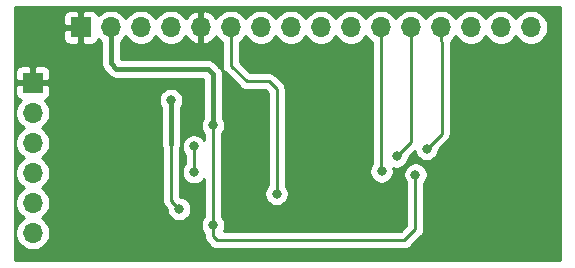
<source format=gbr>
G04 #@! TF.GenerationSoftware,KiCad,Pcbnew,(5.1.6)-1*
G04 #@! TF.CreationDate,2020-10-13T23:31:00+05:30*
G04 #@! TF.ProjectId,SerialShiftLCD,53657269-616c-4536-9869-66744c43442e,rev?*
G04 #@! TF.SameCoordinates,Original*
G04 #@! TF.FileFunction,Copper,L2,Bot*
G04 #@! TF.FilePolarity,Positive*
%FSLAX46Y46*%
G04 Gerber Fmt 4.6, Leading zero omitted, Abs format (unit mm)*
G04 Created by KiCad (PCBNEW (5.1.6)-1) date 2020-10-13 23:31:00*
%MOMM*%
%LPD*%
G01*
G04 APERTURE LIST*
G04 #@! TA.AperFunction,ComponentPad*
%ADD10R,1.700000X1.700000*%
G04 #@! TD*
G04 #@! TA.AperFunction,ComponentPad*
%ADD11O,1.700000X1.700000*%
G04 #@! TD*
G04 #@! TA.AperFunction,ViaPad*
%ADD12C,0.800000*%
G04 #@! TD*
G04 #@! TA.AperFunction,Conductor*
%ADD13C,0.381000*%
G04 #@! TD*
G04 #@! TA.AperFunction,Conductor*
%ADD14C,0.254000*%
G04 #@! TD*
G04 APERTURE END LIST*
D10*
X129857500Y-38227000D03*
D11*
X129857500Y-40767000D03*
X129857500Y-43307000D03*
X129857500Y-45847000D03*
X129857500Y-48387000D03*
X129857500Y-50927000D03*
D10*
X133921500Y-33528000D03*
D11*
X136461500Y-33528000D03*
X139001500Y-33528000D03*
X141541500Y-33528000D03*
X144081500Y-33528000D03*
X146621500Y-33528000D03*
X149161500Y-33528000D03*
X151701500Y-33528000D03*
X154241500Y-33528000D03*
X156781500Y-33528000D03*
X159321500Y-33528000D03*
X161861500Y-33528000D03*
X164401500Y-33528000D03*
X166941500Y-33528000D03*
X169481500Y-33528000D03*
X172021500Y-33528000D03*
D12*
X135890000Y-41910000D03*
X138023600Y-47040800D03*
X172593000Y-46228000D03*
X145110200Y-41833800D03*
X145110200Y-50292000D03*
X162255200Y-45999400D03*
X143484600Y-43611800D03*
X143484600Y-45796200D03*
X142240000Y-48895000D03*
X141554200Y-39700200D03*
X150495000Y-47625000D03*
X159385000Y-45720000D03*
X160655000Y-44450000D03*
X163195000Y-43815000D03*
D13*
X133921500Y-39941500D02*
X133921500Y-33528000D01*
X135890000Y-41910000D02*
X133921500Y-39941500D01*
D14*
X135890000Y-44907200D02*
X135890000Y-41910000D01*
X138023600Y-47040800D02*
X135890000Y-44907200D01*
X138023600Y-47606485D02*
X138049000Y-47631885D01*
X138023600Y-47040800D02*
X138023600Y-47606485D01*
X138049000Y-47631885D02*
X138049000Y-51993800D01*
X138049000Y-51993800D02*
X138709400Y-52654200D01*
X138709400Y-52654200D02*
X170789600Y-52654200D01*
X170789600Y-52654200D02*
X172593000Y-50850800D01*
X172593000Y-50850800D02*
X172593000Y-46228000D01*
D13*
X136461500Y-33528000D02*
X136461500Y-36588700D01*
X136461500Y-36588700D02*
X136931400Y-37058600D01*
X136931400Y-37058600D02*
X144678400Y-37058600D01*
X144678400Y-37058600D02*
X145110200Y-37490400D01*
X145110200Y-37490400D02*
X145110200Y-41833800D01*
D14*
X145110200Y-41833800D02*
X145110200Y-50292000D01*
X162255200Y-45999400D02*
X162255200Y-50622200D01*
X162255200Y-50622200D02*
X161315400Y-51562000D01*
X161315400Y-51562000D02*
X145440400Y-51562000D01*
X145110200Y-51231800D02*
X145110200Y-50292000D01*
X145440400Y-51562000D02*
X145110200Y-51231800D01*
X143484600Y-43611800D02*
X143484600Y-45796200D01*
X141605000Y-48260000D02*
X142240000Y-48895000D01*
D13*
X141554200Y-39700200D02*
X141554200Y-43383200D01*
D14*
X141554200Y-48209200D02*
X142240000Y-48895000D01*
X141554200Y-43383200D02*
X141554200Y-48209200D01*
X146621500Y-33528000D02*
X146621500Y-36766500D01*
X146621500Y-36766500D02*
X147955000Y-38100000D01*
X147955000Y-38100000D02*
X149860000Y-38100000D01*
X149860000Y-38100000D02*
X150495000Y-38735000D01*
X150495000Y-38735000D02*
X150495000Y-47625000D01*
X159321500Y-33528000D02*
X159321500Y-45656500D01*
X159321500Y-45656500D02*
X159385000Y-45720000D01*
X161861500Y-43243500D02*
X161861500Y-33528000D01*
X160655000Y-44450000D02*
X161861500Y-43243500D01*
X164401500Y-34730081D02*
X164465000Y-34793581D01*
X164401500Y-33528000D02*
X164401500Y-34730081D01*
X164465000Y-34793581D02*
X164465000Y-42545000D01*
X164465000Y-42545000D02*
X163195000Y-43815000D01*
G36*
X174525001Y-53240000D02*
G01*
X128370000Y-53240000D01*
X128370000Y-39082808D01*
X128381688Y-39201482D01*
X128417998Y-39321180D01*
X128476963Y-39431494D01*
X128556315Y-39528185D01*
X128653006Y-39607537D01*
X128763320Y-39666502D01*
X128835880Y-39688513D01*
X128704025Y-39820368D01*
X128541510Y-40063589D01*
X128429568Y-40333842D01*
X128372500Y-40620740D01*
X128372500Y-40913260D01*
X128429568Y-41200158D01*
X128541510Y-41470411D01*
X128704025Y-41713632D01*
X128910868Y-41920475D01*
X129085260Y-42037000D01*
X128910868Y-42153525D01*
X128704025Y-42360368D01*
X128541510Y-42603589D01*
X128429568Y-42873842D01*
X128372500Y-43160740D01*
X128372500Y-43453260D01*
X128429568Y-43740158D01*
X128541510Y-44010411D01*
X128704025Y-44253632D01*
X128910868Y-44460475D01*
X129085260Y-44577000D01*
X128910868Y-44693525D01*
X128704025Y-44900368D01*
X128541510Y-45143589D01*
X128429568Y-45413842D01*
X128372500Y-45700740D01*
X128372500Y-45993260D01*
X128429568Y-46280158D01*
X128541510Y-46550411D01*
X128704025Y-46793632D01*
X128910868Y-47000475D01*
X129085260Y-47117000D01*
X128910868Y-47233525D01*
X128704025Y-47440368D01*
X128541510Y-47683589D01*
X128429568Y-47953842D01*
X128372500Y-48240740D01*
X128372500Y-48533260D01*
X128429568Y-48820158D01*
X128541510Y-49090411D01*
X128704025Y-49333632D01*
X128910868Y-49540475D01*
X129085260Y-49657000D01*
X128910868Y-49773525D01*
X128704025Y-49980368D01*
X128541510Y-50223589D01*
X128429568Y-50493842D01*
X128372500Y-50780740D01*
X128372500Y-51073260D01*
X128429568Y-51360158D01*
X128541510Y-51630411D01*
X128704025Y-51873632D01*
X128910868Y-52080475D01*
X129154089Y-52242990D01*
X129424342Y-52354932D01*
X129711240Y-52412000D01*
X130003760Y-52412000D01*
X130290658Y-52354932D01*
X130560911Y-52242990D01*
X130804132Y-52080475D01*
X131010975Y-51873632D01*
X131173490Y-51630411D01*
X131285432Y-51360158D01*
X131342500Y-51073260D01*
X131342500Y-50780740D01*
X131285432Y-50493842D01*
X131173490Y-50223589D01*
X131010975Y-49980368D01*
X130804132Y-49773525D01*
X130629740Y-49657000D01*
X130804132Y-49540475D01*
X131010975Y-49333632D01*
X131173490Y-49090411D01*
X131285432Y-48820158D01*
X131342500Y-48533260D01*
X131342500Y-48240740D01*
X131285432Y-47953842D01*
X131173490Y-47683589D01*
X131010975Y-47440368D01*
X130804132Y-47233525D01*
X130629740Y-47117000D01*
X130804132Y-47000475D01*
X131010975Y-46793632D01*
X131173490Y-46550411D01*
X131285432Y-46280158D01*
X131342500Y-45993260D01*
X131342500Y-45700740D01*
X131285432Y-45413842D01*
X131173490Y-45143589D01*
X131010975Y-44900368D01*
X130804132Y-44693525D01*
X130629740Y-44577000D01*
X130804132Y-44460475D01*
X131010975Y-44253632D01*
X131173490Y-44010411D01*
X131285432Y-43740158D01*
X131342500Y-43453260D01*
X131342500Y-43160740D01*
X131285432Y-42873842D01*
X131173490Y-42603589D01*
X131010975Y-42360368D01*
X130804132Y-42153525D01*
X130629740Y-42037000D01*
X130804132Y-41920475D01*
X131010975Y-41713632D01*
X131173490Y-41470411D01*
X131285432Y-41200158D01*
X131342500Y-40913260D01*
X131342500Y-40620740D01*
X131285432Y-40333842D01*
X131173490Y-40063589D01*
X131010975Y-39820368D01*
X130879120Y-39688513D01*
X130951680Y-39666502D01*
X131061994Y-39607537D01*
X131073296Y-39598261D01*
X140519200Y-39598261D01*
X140519200Y-39802139D01*
X140558974Y-40002098D01*
X140636995Y-40190456D01*
X140728700Y-40327703D01*
X140728701Y-43423753D01*
X140740645Y-43545026D01*
X140787848Y-43700634D01*
X140792200Y-43708776D01*
X140792201Y-48171767D01*
X140788514Y-48209200D01*
X140803227Y-48358578D01*
X140846799Y-48502215D01*
X140917555Y-48634592D01*
X140959246Y-48685392D01*
X141012779Y-48750622D01*
X141041849Y-48774479D01*
X141205000Y-48937630D01*
X141205000Y-48996939D01*
X141244774Y-49196898D01*
X141322795Y-49385256D01*
X141436063Y-49554774D01*
X141580226Y-49698937D01*
X141749744Y-49812205D01*
X141938102Y-49890226D01*
X142138061Y-49930000D01*
X142341939Y-49930000D01*
X142541898Y-49890226D01*
X142730256Y-49812205D01*
X142899774Y-49698937D01*
X143043937Y-49554774D01*
X143157205Y-49385256D01*
X143235226Y-49196898D01*
X143275000Y-48996939D01*
X143275000Y-48793061D01*
X143235226Y-48593102D01*
X143157205Y-48404744D01*
X143043937Y-48235226D01*
X142899774Y-48091063D01*
X142730256Y-47977795D01*
X142541898Y-47899774D01*
X142341939Y-47860000D01*
X142316200Y-47860000D01*
X142316200Y-43708778D01*
X142320553Y-43700634D01*
X142367756Y-43545026D01*
X142379700Y-43423753D01*
X142379700Y-40327703D01*
X142471405Y-40190456D01*
X142549426Y-40002098D01*
X142589200Y-39802139D01*
X142589200Y-39598261D01*
X142549426Y-39398302D01*
X142471405Y-39209944D01*
X142358137Y-39040426D01*
X142213974Y-38896263D01*
X142044456Y-38782995D01*
X141856098Y-38704974D01*
X141656139Y-38665200D01*
X141452261Y-38665200D01*
X141252302Y-38704974D01*
X141063944Y-38782995D01*
X140894426Y-38896263D01*
X140750263Y-39040426D01*
X140636995Y-39209944D01*
X140558974Y-39398302D01*
X140519200Y-39598261D01*
X131073296Y-39598261D01*
X131158685Y-39528185D01*
X131238037Y-39431494D01*
X131297002Y-39321180D01*
X131333312Y-39201482D01*
X131345572Y-39077000D01*
X131342500Y-38512750D01*
X131183750Y-38354000D01*
X129984500Y-38354000D01*
X129984500Y-38374000D01*
X129730500Y-38374000D01*
X129730500Y-38354000D01*
X128531250Y-38354000D01*
X128372500Y-38512750D01*
X128370000Y-38971938D01*
X128370000Y-37482062D01*
X128372500Y-37941250D01*
X128531250Y-38100000D01*
X129730500Y-38100000D01*
X129730500Y-36900750D01*
X129984500Y-36900750D01*
X129984500Y-38100000D01*
X131183750Y-38100000D01*
X131342500Y-37941250D01*
X131345572Y-37377000D01*
X131333312Y-37252518D01*
X131297002Y-37132820D01*
X131238037Y-37022506D01*
X131158685Y-36925815D01*
X131061994Y-36846463D01*
X130951680Y-36787498D01*
X130831982Y-36751188D01*
X130707500Y-36738928D01*
X130143250Y-36742000D01*
X129984500Y-36900750D01*
X129730500Y-36900750D01*
X129571750Y-36742000D01*
X129007500Y-36738928D01*
X128883018Y-36751188D01*
X128763320Y-36787498D01*
X128653006Y-36846463D01*
X128556315Y-36925815D01*
X128476963Y-37022506D01*
X128417998Y-37132820D01*
X128381688Y-37252518D01*
X128370000Y-37371192D01*
X128370000Y-34378000D01*
X132433428Y-34378000D01*
X132445688Y-34502482D01*
X132481998Y-34622180D01*
X132540963Y-34732494D01*
X132620315Y-34829185D01*
X132717006Y-34908537D01*
X132827320Y-34967502D01*
X132947018Y-35003812D01*
X133071500Y-35016072D01*
X133635750Y-35013000D01*
X133794500Y-34854250D01*
X133794500Y-33655000D01*
X132595250Y-33655000D01*
X132436500Y-33813750D01*
X132433428Y-34378000D01*
X128370000Y-34378000D01*
X128370000Y-32678000D01*
X132433428Y-32678000D01*
X132436500Y-33242250D01*
X132595250Y-33401000D01*
X133794500Y-33401000D01*
X133794500Y-32201750D01*
X134048500Y-32201750D01*
X134048500Y-33401000D01*
X134068500Y-33401000D01*
X134068500Y-33655000D01*
X134048500Y-33655000D01*
X134048500Y-34854250D01*
X134207250Y-35013000D01*
X134771500Y-35016072D01*
X134895982Y-35003812D01*
X135015680Y-34967502D01*
X135125994Y-34908537D01*
X135222685Y-34829185D01*
X135302037Y-34732494D01*
X135361002Y-34622180D01*
X135383013Y-34549620D01*
X135514868Y-34681475D01*
X135636000Y-34762413D01*
X135636001Y-36548140D01*
X135632006Y-36588700D01*
X135647945Y-36750526D01*
X135695147Y-36906133D01*
X135771801Y-37049542D01*
X135833363Y-37124554D01*
X135874960Y-37175241D01*
X135906461Y-37201093D01*
X136319002Y-37613634D01*
X136344859Y-37645141D01*
X136433327Y-37717745D01*
X136470557Y-37748299D01*
X136581937Y-37807833D01*
X136613966Y-37824953D01*
X136769574Y-37872156D01*
X136890847Y-37884100D01*
X136890849Y-37884100D01*
X136931400Y-37888094D01*
X136971950Y-37884100D01*
X144284700Y-37884100D01*
X144284701Y-41206296D01*
X144192995Y-41343544D01*
X144114974Y-41531902D01*
X144075200Y-41731861D01*
X144075200Y-41935739D01*
X144114974Y-42135698D01*
X144192995Y-42324056D01*
X144306263Y-42493574D01*
X144348200Y-42535511D01*
X144348200Y-43041318D01*
X144288537Y-42952026D01*
X144144374Y-42807863D01*
X143974856Y-42694595D01*
X143786498Y-42616574D01*
X143586539Y-42576800D01*
X143382661Y-42576800D01*
X143182702Y-42616574D01*
X142994344Y-42694595D01*
X142824826Y-42807863D01*
X142680663Y-42952026D01*
X142567395Y-43121544D01*
X142489374Y-43309902D01*
X142449600Y-43509861D01*
X142449600Y-43713739D01*
X142489374Y-43913698D01*
X142567395Y-44102056D01*
X142680663Y-44271574D01*
X142722600Y-44313511D01*
X142722601Y-45094488D01*
X142680663Y-45136426D01*
X142567395Y-45305944D01*
X142489374Y-45494302D01*
X142449600Y-45694261D01*
X142449600Y-45898139D01*
X142489374Y-46098098D01*
X142567395Y-46286456D01*
X142680663Y-46455974D01*
X142824826Y-46600137D01*
X142994344Y-46713405D01*
X143182702Y-46791426D01*
X143382661Y-46831200D01*
X143586539Y-46831200D01*
X143786498Y-46791426D01*
X143974856Y-46713405D01*
X144144374Y-46600137D01*
X144288537Y-46455974D01*
X144348201Y-46366681D01*
X144348201Y-49590288D01*
X144306263Y-49632226D01*
X144192995Y-49801744D01*
X144114974Y-49990102D01*
X144075200Y-50190061D01*
X144075200Y-50393939D01*
X144114974Y-50593898D01*
X144192995Y-50782256D01*
X144306263Y-50951774D01*
X144348200Y-50993711D01*
X144348200Y-51194376D01*
X144344514Y-51231800D01*
X144348200Y-51269223D01*
X144348200Y-51269225D01*
X144359226Y-51381177D01*
X144402798Y-51524814D01*
X144435735Y-51586435D01*
X144473555Y-51657192D01*
X144513183Y-51705478D01*
X144568778Y-51773222D01*
X144597854Y-51797084D01*
X144875116Y-52074346D01*
X144898978Y-52103422D01*
X145015008Y-52198645D01*
X145147385Y-52269402D01*
X145291022Y-52312974D01*
X145402974Y-52324000D01*
X145402976Y-52324000D01*
X145440399Y-52327686D01*
X145477822Y-52324000D01*
X161277977Y-52324000D01*
X161315400Y-52327686D01*
X161352823Y-52324000D01*
X161352826Y-52324000D01*
X161464778Y-52312974D01*
X161608415Y-52269402D01*
X161740792Y-52198645D01*
X161856822Y-52103422D01*
X161880684Y-52074346D01*
X162767551Y-51187479D01*
X162796622Y-51163622D01*
X162823972Y-51130296D01*
X162891845Y-51047593D01*
X162943061Y-50951774D01*
X162962602Y-50915215D01*
X163006174Y-50771578D01*
X163017200Y-50659626D01*
X163017200Y-50659623D01*
X163020886Y-50622200D01*
X163017200Y-50584777D01*
X163017200Y-46701111D01*
X163059137Y-46659174D01*
X163172405Y-46489656D01*
X163250426Y-46301298D01*
X163290200Y-46101339D01*
X163290200Y-45897461D01*
X163250426Y-45697502D01*
X163172405Y-45509144D01*
X163059137Y-45339626D01*
X162914974Y-45195463D01*
X162745456Y-45082195D01*
X162557098Y-45004174D01*
X162357139Y-44964400D01*
X162153261Y-44964400D01*
X161953302Y-45004174D01*
X161764944Y-45082195D01*
X161595426Y-45195463D01*
X161451263Y-45339626D01*
X161337995Y-45509144D01*
X161259974Y-45697502D01*
X161220200Y-45897461D01*
X161220200Y-46101339D01*
X161259974Y-46301298D01*
X161337995Y-46489656D01*
X161451263Y-46659174D01*
X161493200Y-46701111D01*
X161493201Y-50306568D01*
X160999770Y-50800000D01*
X146015549Y-50800000D01*
X146027405Y-50782256D01*
X146105426Y-50593898D01*
X146145200Y-50393939D01*
X146145200Y-50190061D01*
X146105426Y-49990102D01*
X146027405Y-49801744D01*
X145914137Y-49632226D01*
X145872200Y-49590289D01*
X145872200Y-42535511D01*
X145914137Y-42493574D01*
X146027405Y-42324056D01*
X146105426Y-42135698D01*
X146145200Y-41935739D01*
X146145200Y-41731861D01*
X146105426Y-41531902D01*
X146027405Y-41343544D01*
X145935700Y-41206297D01*
X145935700Y-37530942D01*
X145939693Y-37490399D01*
X145935700Y-37449856D01*
X145935700Y-37449847D01*
X145923756Y-37328574D01*
X145876553Y-37172966D01*
X145799899Y-37029558D01*
X145696741Y-36903859D01*
X145665235Y-36878003D01*
X145290798Y-36503566D01*
X145264941Y-36472059D01*
X145139242Y-36368901D01*
X144995834Y-36292247D01*
X144840226Y-36245044D01*
X144718953Y-36233100D01*
X144718950Y-36233100D01*
X144678400Y-36229106D01*
X144637850Y-36233100D01*
X137287000Y-36233100D01*
X137287000Y-34762413D01*
X137408132Y-34681475D01*
X137614975Y-34474632D01*
X137731500Y-34300240D01*
X137848025Y-34474632D01*
X138054868Y-34681475D01*
X138298089Y-34843990D01*
X138568342Y-34955932D01*
X138855240Y-35013000D01*
X139147760Y-35013000D01*
X139434658Y-34955932D01*
X139704911Y-34843990D01*
X139948132Y-34681475D01*
X140154975Y-34474632D01*
X140271500Y-34300240D01*
X140388025Y-34474632D01*
X140594868Y-34681475D01*
X140838089Y-34843990D01*
X141108342Y-34955932D01*
X141395240Y-35013000D01*
X141687760Y-35013000D01*
X141974658Y-34955932D01*
X142244911Y-34843990D01*
X142488132Y-34681475D01*
X142694975Y-34474632D01*
X142816695Y-34292466D01*
X142886322Y-34409355D01*
X143081231Y-34625588D01*
X143314580Y-34799641D01*
X143577401Y-34924825D01*
X143724610Y-34969476D01*
X143954500Y-34848155D01*
X143954500Y-33655000D01*
X143934500Y-33655000D01*
X143934500Y-33401000D01*
X143954500Y-33401000D01*
X143954500Y-32207845D01*
X144208500Y-32207845D01*
X144208500Y-33401000D01*
X144228500Y-33401000D01*
X144228500Y-33655000D01*
X144208500Y-33655000D01*
X144208500Y-34848155D01*
X144438390Y-34969476D01*
X144585599Y-34924825D01*
X144848420Y-34799641D01*
X145081769Y-34625588D01*
X145276678Y-34409355D01*
X145346305Y-34292466D01*
X145468025Y-34474632D01*
X145674868Y-34681475D01*
X145859500Y-34804842D01*
X145859501Y-36729067D01*
X145855814Y-36766500D01*
X145870527Y-36915878D01*
X145914099Y-37059515D01*
X145984855Y-37191892D01*
X146034610Y-37252518D01*
X146080079Y-37307922D01*
X146109149Y-37331779D01*
X147389720Y-38612351D01*
X147413578Y-38641422D01*
X147442648Y-38665279D01*
X147529607Y-38736645D01*
X147600364Y-38774465D01*
X147661985Y-38807402D01*
X147805622Y-38850974D01*
X147917574Y-38862000D01*
X147917577Y-38862000D01*
X147955000Y-38865686D01*
X147992423Y-38862000D01*
X149544370Y-38862000D01*
X149733000Y-39050630D01*
X149733001Y-46923288D01*
X149691063Y-46965226D01*
X149577795Y-47134744D01*
X149499774Y-47323102D01*
X149460000Y-47523061D01*
X149460000Y-47726939D01*
X149499774Y-47926898D01*
X149577795Y-48115256D01*
X149691063Y-48284774D01*
X149835226Y-48428937D01*
X150004744Y-48542205D01*
X150193102Y-48620226D01*
X150393061Y-48660000D01*
X150596939Y-48660000D01*
X150796898Y-48620226D01*
X150985256Y-48542205D01*
X151154774Y-48428937D01*
X151298937Y-48284774D01*
X151412205Y-48115256D01*
X151490226Y-47926898D01*
X151530000Y-47726939D01*
X151530000Y-47523061D01*
X151490226Y-47323102D01*
X151412205Y-47134744D01*
X151298937Y-46965226D01*
X151257000Y-46923289D01*
X151257000Y-38772423D01*
X151260686Y-38735000D01*
X151253819Y-38665279D01*
X151245974Y-38585622D01*
X151202402Y-38441985D01*
X151155373Y-38354000D01*
X151131645Y-38309607D01*
X151088267Y-38256752D01*
X151036422Y-38193578D01*
X151007347Y-38169717D01*
X150425284Y-37587654D01*
X150401422Y-37558578D01*
X150285392Y-37463355D01*
X150153015Y-37392598D01*
X150009378Y-37349026D01*
X149897426Y-37338000D01*
X149897423Y-37338000D01*
X149860000Y-37334314D01*
X149822577Y-37338000D01*
X148270631Y-37338000D01*
X147383500Y-36450870D01*
X147383500Y-34804842D01*
X147568132Y-34681475D01*
X147774975Y-34474632D01*
X147891500Y-34300240D01*
X148008025Y-34474632D01*
X148214868Y-34681475D01*
X148458089Y-34843990D01*
X148728342Y-34955932D01*
X149015240Y-35013000D01*
X149307760Y-35013000D01*
X149594658Y-34955932D01*
X149864911Y-34843990D01*
X150108132Y-34681475D01*
X150314975Y-34474632D01*
X150431500Y-34300240D01*
X150548025Y-34474632D01*
X150754868Y-34681475D01*
X150998089Y-34843990D01*
X151268342Y-34955932D01*
X151555240Y-35013000D01*
X151847760Y-35013000D01*
X152134658Y-34955932D01*
X152404911Y-34843990D01*
X152648132Y-34681475D01*
X152854975Y-34474632D01*
X152971500Y-34300240D01*
X153088025Y-34474632D01*
X153294868Y-34681475D01*
X153538089Y-34843990D01*
X153808342Y-34955932D01*
X154095240Y-35013000D01*
X154387760Y-35013000D01*
X154674658Y-34955932D01*
X154944911Y-34843990D01*
X155188132Y-34681475D01*
X155394975Y-34474632D01*
X155511500Y-34300240D01*
X155628025Y-34474632D01*
X155834868Y-34681475D01*
X156078089Y-34843990D01*
X156348342Y-34955932D01*
X156635240Y-35013000D01*
X156927760Y-35013000D01*
X157214658Y-34955932D01*
X157484911Y-34843990D01*
X157728132Y-34681475D01*
X157934975Y-34474632D01*
X158051500Y-34300240D01*
X158168025Y-34474632D01*
X158374868Y-34681475D01*
X158559500Y-34804842D01*
X158559501Y-45092496D01*
X158467795Y-45229744D01*
X158389774Y-45418102D01*
X158350000Y-45618061D01*
X158350000Y-45821939D01*
X158389774Y-46021898D01*
X158467795Y-46210256D01*
X158581063Y-46379774D01*
X158725226Y-46523937D01*
X158894744Y-46637205D01*
X159083102Y-46715226D01*
X159283061Y-46755000D01*
X159486939Y-46755000D01*
X159686898Y-46715226D01*
X159875256Y-46637205D01*
X160044774Y-46523937D01*
X160188937Y-46379774D01*
X160302205Y-46210256D01*
X160380226Y-46021898D01*
X160420000Y-45821939D01*
X160420000Y-45618061D01*
X160386961Y-45451961D01*
X160553061Y-45485000D01*
X160756939Y-45485000D01*
X160956898Y-45445226D01*
X161145256Y-45367205D01*
X161314774Y-45253937D01*
X161458937Y-45109774D01*
X161572205Y-44940256D01*
X161650226Y-44751898D01*
X161690000Y-44551939D01*
X161690000Y-44492630D01*
X162177535Y-44005095D01*
X162199774Y-44116898D01*
X162277795Y-44305256D01*
X162391063Y-44474774D01*
X162535226Y-44618937D01*
X162704744Y-44732205D01*
X162893102Y-44810226D01*
X163093061Y-44850000D01*
X163296939Y-44850000D01*
X163496898Y-44810226D01*
X163685256Y-44732205D01*
X163854774Y-44618937D01*
X163998937Y-44474774D01*
X164112205Y-44305256D01*
X164190226Y-44116898D01*
X164230000Y-43916939D01*
X164230000Y-43857630D01*
X164977352Y-43110279D01*
X165006422Y-43086422D01*
X165101645Y-42970392D01*
X165172402Y-42838015D01*
X165215974Y-42694378D01*
X165227000Y-42582426D01*
X165227000Y-42582424D01*
X165230686Y-42545001D01*
X165227000Y-42507578D01*
X165227000Y-34831004D01*
X165230686Y-34793581D01*
X165227578Y-34762027D01*
X165348132Y-34681475D01*
X165554975Y-34474632D01*
X165671500Y-34300240D01*
X165788025Y-34474632D01*
X165994868Y-34681475D01*
X166238089Y-34843990D01*
X166508342Y-34955932D01*
X166795240Y-35013000D01*
X167087760Y-35013000D01*
X167374658Y-34955932D01*
X167644911Y-34843990D01*
X167888132Y-34681475D01*
X168094975Y-34474632D01*
X168211500Y-34300240D01*
X168328025Y-34474632D01*
X168534868Y-34681475D01*
X168778089Y-34843990D01*
X169048342Y-34955932D01*
X169335240Y-35013000D01*
X169627760Y-35013000D01*
X169914658Y-34955932D01*
X170184911Y-34843990D01*
X170428132Y-34681475D01*
X170634975Y-34474632D01*
X170751500Y-34300240D01*
X170868025Y-34474632D01*
X171074868Y-34681475D01*
X171318089Y-34843990D01*
X171588342Y-34955932D01*
X171875240Y-35013000D01*
X172167760Y-35013000D01*
X172454658Y-34955932D01*
X172724911Y-34843990D01*
X172968132Y-34681475D01*
X173174975Y-34474632D01*
X173337490Y-34231411D01*
X173449432Y-33961158D01*
X173506500Y-33674260D01*
X173506500Y-33381740D01*
X173449432Y-33094842D01*
X173337490Y-32824589D01*
X173174975Y-32581368D01*
X172968132Y-32374525D01*
X172724911Y-32212010D01*
X172454658Y-32100068D01*
X172167760Y-32043000D01*
X171875240Y-32043000D01*
X171588342Y-32100068D01*
X171318089Y-32212010D01*
X171074868Y-32374525D01*
X170868025Y-32581368D01*
X170751500Y-32755760D01*
X170634975Y-32581368D01*
X170428132Y-32374525D01*
X170184911Y-32212010D01*
X169914658Y-32100068D01*
X169627760Y-32043000D01*
X169335240Y-32043000D01*
X169048342Y-32100068D01*
X168778089Y-32212010D01*
X168534868Y-32374525D01*
X168328025Y-32581368D01*
X168211500Y-32755760D01*
X168094975Y-32581368D01*
X167888132Y-32374525D01*
X167644911Y-32212010D01*
X167374658Y-32100068D01*
X167087760Y-32043000D01*
X166795240Y-32043000D01*
X166508342Y-32100068D01*
X166238089Y-32212010D01*
X165994868Y-32374525D01*
X165788025Y-32581368D01*
X165671500Y-32755760D01*
X165554975Y-32581368D01*
X165348132Y-32374525D01*
X165104911Y-32212010D01*
X164834658Y-32100068D01*
X164547760Y-32043000D01*
X164255240Y-32043000D01*
X163968342Y-32100068D01*
X163698089Y-32212010D01*
X163454868Y-32374525D01*
X163248025Y-32581368D01*
X163131500Y-32755760D01*
X163014975Y-32581368D01*
X162808132Y-32374525D01*
X162564911Y-32212010D01*
X162294658Y-32100068D01*
X162007760Y-32043000D01*
X161715240Y-32043000D01*
X161428342Y-32100068D01*
X161158089Y-32212010D01*
X160914868Y-32374525D01*
X160708025Y-32581368D01*
X160591500Y-32755760D01*
X160474975Y-32581368D01*
X160268132Y-32374525D01*
X160024911Y-32212010D01*
X159754658Y-32100068D01*
X159467760Y-32043000D01*
X159175240Y-32043000D01*
X158888342Y-32100068D01*
X158618089Y-32212010D01*
X158374868Y-32374525D01*
X158168025Y-32581368D01*
X158051500Y-32755760D01*
X157934975Y-32581368D01*
X157728132Y-32374525D01*
X157484911Y-32212010D01*
X157214658Y-32100068D01*
X156927760Y-32043000D01*
X156635240Y-32043000D01*
X156348342Y-32100068D01*
X156078089Y-32212010D01*
X155834868Y-32374525D01*
X155628025Y-32581368D01*
X155511500Y-32755760D01*
X155394975Y-32581368D01*
X155188132Y-32374525D01*
X154944911Y-32212010D01*
X154674658Y-32100068D01*
X154387760Y-32043000D01*
X154095240Y-32043000D01*
X153808342Y-32100068D01*
X153538089Y-32212010D01*
X153294868Y-32374525D01*
X153088025Y-32581368D01*
X152971500Y-32755760D01*
X152854975Y-32581368D01*
X152648132Y-32374525D01*
X152404911Y-32212010D01*
X152134658Y-32100068D01*
X151847760Y-32043000D01*
X151555240Y-32043000D01*
X151268342Y-32100068D01*
X150998089Y-32212010D01*
X150754868Y-32374525D01*
X150548025Y-32581368D01*
X150431500Y-32755760D01*
X150314975Y-32581368D01*
X150108132Y-32374525D01*
X149864911Y-32212010D01*
X149594658Y-32100068D01*
X149307760Y-32043000D01*
X149015240Y-32043000D01*
X148728342Y-32100068D01*
X148458089Y-32212010D01*
X148214868Y-32374525D01*
X148008025Y-32581368D01*
X147891500Y-32755760D01*
X147774975Y-32581368D01*
X147568132Y-32374525D01*
X147324911Y-32212010D01*
X147054658Y-32100068D01*
X146767760Y-32043000D01*
X146475240Y-32043000D01*
X146188342Y-32100068D01*
X145918089Y-32212010D01*
X145674868Y-32374525D01*
X145468025Y-32581368D01*
X145346305Y-32763534D01*
X145276678Y-32646645D01*
X145081769Y-32430412D01*
X144848420Y-32256359D01*
X144585599Y-32131175D01*
X144438390Y-32086524D01*
X144208500Y-32207845D01*
X143954500Y-32207845D01*
X143724610Y-32086524D01*
X143577401Y-32131175D01*
X143314580Y-32256359D01*
X143081231Y-32430412D01*
X142886322Y-32646645D01*
X142816695Y-32763534D01*
X142694975Y-32581368D01*
X142488132Y-32374525D01*
X142244911Y-32212010D01*
X141974658Y-32100068D01*
X141687760Y-32043000D01*
X141395240Y-32043000D01*
X141108342Y-32100068D01*
X140838089Y-32212010D01*
X140594868Y-32374525D01*
X140388025Y-32581368D01*
X140271500Y-32755760D01*
X140154975Y-32581368D01*
X139948132Y-32374525D01*
X139704911Y-32212010D01*
X139434658Y-32100068D01*
X139147760Y-32043000D01*
X138855240Y-32043000D01*
X138568342Y-32100068D01*
X138298089Y-32212010D01*
X138054868Y-32374525D01*
X137848025Y-32581368D01*
X137731500Y-32755760D01*
X137614975Y-32581368D01*
X137408132Y-32374525D01*
X137164911Y-32212010D01*
X136894658Y-32100068D01*
X136607760Y-32043000D01*
X136315240Y-32043000D01*
X136028342Y-32100068D01*
X135758089Y-32212010D01*
X135514868Y-32374525D01*
X135383013Y-32506380D01*
X135361002Y-32433820D01*
X135302037Y-32323506D01*
X135222685Y-32226815D01*
X135125994Y-32147463D01*
X135015680Y-32088498D01*
X134895982Y-32052188D01*
X134771500Y-32039928D01*
X134207250Y-32043000D01*
X134048500Y-32201750D01*
X133794500Y-32201750D01*
X133635750Y-32043000D01*
X133071500Y-32039928D01*
X132947018Y-32052188D01*
X132827320Y-32088498D01*
X132717006Y-32147463D01*
X132620315Y-32226815D01*
X132540963Y-32323506D01*
X132481998Y-32433820D01*
X132445688Y-32553518D01*
X132433428Y-32678000D01*
X128370000Y-32678000D01*
X128370000Y-31850000D01*
X174525000Y-31850000D01*
X174525001Y-53240000D01*
G37*
X174525001Y-53240000D02*
X128370000Y-53240000D01*
X128370000Y-39082808D01*
X128381688Y-39201482D01*
X128417998Y-39321180D01*
X128476963Y-39431494D01*
X128556315Y-39528185D01*
X128653006Y-39607537D01*
X128763320Y-39666502D01*
X128835880Y-39688513D01*
X128704025Y-39820368D01*
X128541510Y-40063589D01*
X128429568Y-40333842D01*
X128372500Y-40620740D01*
X128372500Y-40913260D01*
X128429568Y-41200158D01*
X128541510Y-41470411D01*
X128704025Y-41713632D01*
X128910868Y-41920475D01*
X129085260Y-42037000D01*
X128910868Y-42153525D01*
X128704025Y-42360368D01*
X128541510Y-42603589D01*
X128429568Y-42873842D01*
X128372500Y-43160740D01*
X128372500Y-43453260D01*
X128429568Y-43740158D01*
X128541510Y-44010411D01*
X128704025Y-44253632D01*
X128910868Y-44460475D01*
X129085260Y-44577000D01*
X128910868Y-44693525D01*
X128704025Y-44900368D01*
X128541510Y-45143589D01*
X128429568Y-45413842D01*
X128372500Y-45700740D01*
X128372500Y-45993260D01*
X128429568Y-46280158D01*
X128541510Y-46550411D01*
X128704025Y-46793632D01*
X128910868Y-47000475D01*
X129085260Y-47117000D01*
X128910868Y-47233525D01*
X128704025Y-47440368D01*
X128541510Y-47683589D01*
X128429568Y-47953842D01*
X128372500Y-48240740D01*
X128372500Y-48533260D01*
X128429568Y-48820158D01*
X128541510Y-49090411D01*
X128704025Y-49333632D01*
X128910868Y-49540475D01*
X129085260Y-49657000D01*
X128910868Y-49773525D01*
X128704025Y-49980368D01*
X128541510Y-50223589D01*
X128429568Y-50493842D01*
X128372500Y-50780740D01*
X128372500Y-51073260D01*
X128429568Y-51360158D01*
X128541510Y-51630411D01*
X128704025Y-51873632D01*
X128910868Y-52080475D01*
X129154089Y-52242990D01*
X129424342Y-52354932D01*
X129711240Y-52412000D01*
X130003760Y-52412000D01*
X130290658Y-52354932D01*
X130560911Y-52242990D01*
X130804132Y-52080475D01*
X131010975Y-51873632D01*
X131173490Y-51630411D01*
X131285432Y-51360158D01*
X131342500Y-51073260D01*
X131342500Y-50780740D01*
X131285432Y-50493842D01*
X131173490Y-50223589D01*
X131010975Y-49980368D01*
X130804132Y-49773525D01*
X130629740Y-49657000D01*
X130804132Y-49540475D01*
X131010975Y-49333632D01*
X131173490Y-49090411D01*
X131285432Y-48820158D01*
X131342500Y-48533260D01*
X131342500Y-48240740D01*
X131285432Y-47953842D01*
X131173490Y-47683589D01*
X131010975Y-47440368D01*
X130804132Y-47233525D01*
X130629740Y-47117000D01*
X130804132Y-47000475D01*
X131010975Y-46793632D01*
X131173490Y-46550411D01*
X131285432Y-46280158D01*
X131342500Y-45993260D01*
X131342500Y-45700740D01*
X131285432Y-45413842D01*
X131173490Y-45143589D01*
X131010975Y-44900368D01*
X130804132Y-44693525D01*
X130629740Y-44577000D01*
X130804132Y-44460475D01*
X131010975Y-44253632D01*
X131173490Y-44010411D01*
X131285432Y-43740158D01*
X131342500Y-43453260D01*
X131342500Y-43160740D01*
X131285432Y-42873842D01*
X131173490Y-42603589D01*
X131010975Y-42360368D01*
X130804132Y-42153525D01*
X130629740Y-42037000D01*
X130804132Y-41920475D01*
X131010975Y-41713632D01*
X131173490Y-41470411D01*
X131285432Y-41200158D01*
X131342500Y-40913260D01*
X131342500Y-40620740D01*
X131285432Y-40333842D01*
X131173490Y-40063589D01*
X131010975Y-39820368D01*
X130879120Y-39688513D01*
X130951680Y-39666502D01*
X131061994Y-39607537D01*
X131073296Y-39598261D01*
X140519200Y-39598261D01*
X140519200Y-39802139D01*
X140558974Y-40002098D01*
X140636995Y-40190456D01*
X140728700Y-40327703D01*
X140728701Y-43423753D01*
X140740645Y-43545026D01*
X140787848Y-43700634D01*
X140792200Y-43708776D01*
X140792201Y-48171767D01*
X140788514Y-48209200D01*
X140803227Y-48358578D01*
X140846799Y-48502215D01*
X140917555Y-48634592D01*
X140959246Y-48685392D01*
X141012779Y-48750622D01*
X141041849Y-48774479D01*
X141205000Y-48937630D01*
X141205000Y-48996939D01*
X141244774Y-49196898D01*
X141322795Y-49385256D01*
X141436063Y-49554774D01*
X141580226Y-49698937D01*
X141749744Y-49812205D01*
X141938102Y-49890226D01*
X142138061Y-49930000D01*
X142341939Y-49930000D01*
X142541898Y-49890226D01*
X142730256Y-49812205D01*
X142899774Y-49698937D01*
X143043937Y-49554774D01*
X143157205Y-49385256D01*
X143235226Y-49196898D01*
X143275000Y-48996939D01*
X143275000Y-48793061D01*
X143235226Y-48593102D01*
X143157205Y-48404744D01*
X143043937Y-48235226D01*
X142899774Y-48091063D01*
X142730256Y-47977795D01*
X142541898Y-47899774D01*
X142341939Y-47860000D01*
X142316200Y-47860000D01*
X142316200Y-43708778D01*
X142320553Y-43700634D01*
X142367756Y-43545026D01*
X142379700Y-43423753D01*
X142379700Y-40327703D01*
X142471405Y-40190456D01*
X142549426Y-40002098D01*
X142589200Y-39802139D01*
X142589200Y-39598261D01*
X142549426Y-39398302D01*
X142471405Y-39209944D01*
X142358137Y-39040426D01*
X142213974Y-38896263D01*
X142044456Y-38782995D01*
X141856098Y-38704974D01*
X141656139Y-38665200D01*
X141452261Y-38665200D01*
X141252302Y-38704974D01*
X141063944Y-38782995D01*
X140894426Y-38896263D01*
X140750263Y-39040426D01*
X140636995Y-39209944D01*
X140558974Y-39398302D01*
X140519200Y-39598261D01*
X131073296Y-39598261D01*
X131158685Y-39528185D01*
X131238037Y-39431494D01*
X131297002Y-39321180D01*
X131333312Y-39201482D01*
X131345572Y-39077000D01*
X131342500Y-38512750D01*
X131183750Y-38354000D01*
X129984500Y-38354000D01*
X129984500Y-38374000D01*
X129730500Y-38374000D01*
X129730500Y-38354000D01*
X128531250Y-38354000D01*
X128372500Y-38512750D01*
X128370000Y-38971938D01*
X128370000Y-37482062D01*
X128372500Y-37941250D01*
X128531250Y-38100000D01*
X129730500Y-38100000D01*
X129730500Y-36900750D01*
X129984500Y-36900750D01*
X129984500Y-38100000D01*
X131183750Y-38100000D01*
X131342500Y-37941250D01*
X131345572Y-37377000D01*
X131333312Y-37252518D01*
X131297002Y-37132820D01*
X131238037Y-37022506D01*
X131158685Y-36925815D01*
X131061994Y-36846463D01*
X130951680Y-36787498D01*
X130831982Y-36751188D01*
X130707500Y-36738928D01*
X130143250Y-36742000D01*
X129984500Y-36900750D01*
X129730500Y-36900750D01*
X129571750Y-36742000D01*
X129007500Y-36738928D01*
X128883018Y-36751188D01*
X128763320Y-36787498D01*
X128653006Y-36846463D01*
X128556315Y-36925815D01*
X128476963Y-37022506D01*
X128417998Y-37132820D01*
X128381688Y-37252518D01*
X128370000Y-37371192D01*
X128370000Y-34378000D01*
X132433428Y-34378000D01*
X132445688Y-34502482D01*
X132481998Y-34622180D01*
X132540963Y-34732494D01*
X132620315Y-34829185D01*
X132717006Y-34908537D01*
X132827320Y-34967502D01*
X132947018Y-35003812D01*
X133071500Y-35016072D01*
X133635750Y-35013000D01*
X133794500Y-34854250D01*
X133794500Y-33655000D01*
X132595250Y-33655000D01*
X132436500Y-33813750D01*
X132433428Y-34378000D01*
X128370000Y-34378000D01*
X128370000Y-32678000D01*
X132433428Y-32678000D01*
X132436500Y-33242250D01*
X132595250Y-33401000D01*
X133794500Y-33401000D01*
X133794500Y-32201750D01*
X134048500Y-32201750D01*
X134048500Y-33401000D01*
X134068500Y-33401000D01*
X134068500Y-33655000D01*
X134048500Y-33655000D01*
X134048500Y-34854250D01*
X134207250Y-35013000D01*
X134771500Y-35016072D01*
X134895982Y-35003812D01*
X135015680Y-34967502D01*
X135125994Y-34908537D01*
X135222685Y-34829185D01*
X135302037Y-34732494D01*
X135361002Y-34622180D01*
X135383013Y-34549620D01*
X135514868Y-34681475D01*
X135636000Y-34762413D01*
X135636001Y-36548140D01*
X135632006Y-36588700D01*
X135647945Y-36750526D01*
X135695147Y-36906133D01*
X135771801Y-37049542D01*
X135833363Y-37124554D01*
X135874960Y-37175241D01*
X135906461Y-37201093D01*
X136319002Y-37613634D01*
X136344859Y-37645141D01*
X136433327Y-37717745D01*
X136470557Y-37748299D01*
X136581937Y-37807833D01*
X136613966Y-37824953D01*
X136769574Y-37872156D01*
X136890847Y-37884100D01*
X136890849Y-37884100D01*
X136931400Y-37888094D01*
X136971950Y-37884100D01*
X144284700Y-37884100D01*
X144284701Y-41206296D01*
X144192995Y-41343544D01*
X144114974Y-41531902D01*
X144075200Y-41731861D01*
X144075200Y-41935739D01*
X144114974Y-42135698D01*
X144192995Y-42324056D01*
X144306263Y-42493574D01*
X144348200Y-42535511D01*
X144348200Y-43041318D01*
X144288537Y-42952026D01*
X144144374Y-42807863D01*
X143974856Y-42694595D01*
X143786498Y-42616574D01*
X143586539Y-42576800D01*
X143382661Y-42576800D01*
X143182702Y-42616574D01*
X142994344Y-42694595D01*
X142824826Y-42807863D01*
X142680663Y-42952026D01*
X142567395Y-43121544D01*
X142489374Y-43309902D01*
X142449600Y-43509861D01*
X142449600Y-43713739D01*
X142489374Y-43913698D01*
X142567395Y-44102056D01*
X142680663Y-44271574D01*
X142722600Y-44313511D01*
X142722601Y-45094488D01*
X142680663Y-45136426D01*
X142567395Y-45305944D01*
X142489374Y-45494302D01*
X142449600Y-45694261D01*
X142449600Y-45898139D01*
X142489374Y-46098098D01*
X142567395Y-46286456D01*
X142680663Y-46455974D01*
X142824826Y-46600137D01*
X142994344Y-46713405D01*
X143182702Y-46791426D01*
X143382661Y-46831200D01*
X143586539Y-46831200D01*
X143786498Y-46791426D01*
X143974856Y-46713405D01*
X144144374Y-46600137D01*
X144288537Y-46455974D01*
X144348201Y-46366681D01*
X144348201Y-49590288D01*
X144306263Y-49632226D01*
X144192995Y-49801744D01*
X144114974Y-49990102D01*
X144075200Y-50190061D01*
X144075200Y-50393939D01*
X144114974Y-50593898D01*
X144192995Y-50782256D01*
X144306263Y-50951774D01*
X144348200Y-50993711D01*
X144348200Y-51194376D01*
X144344514Y-51231800D01*
X144348200Y-51269223D01*
X144348200Y-51269225D01*
X144359226Y-51381177D01*
X144402798Y-51524814D01*
X144435735Y-51586435D01*
X144473555Y-51657192D01*
X144513183Y-51705478D01*
X144568778Y-51773222D01*
X144597854Y-51797084D01*
X144875116Y-52074346D01*
X144898978Y-52103422D01*
X145015008Y-52198645D01*
X145147385Y-52269402D01*
X145291022Y-52312974D01*
X145402974Y-52324000D01*
X145402976Y-52324000D01*
X145440399Y-52327686D01*
X145477822Y-52324000D01*
X161277977Y-52324000D01*
X161315400Y-52327686D01*
X161352823Y-52324000D01*
X161352826Y-52324000D01*
X161464778Y-52312974D01*
X161608415Y-52269402D01*
X161740792Y-52198645D01*
X161856822Y-52103422D01*
X161880684Y-52074346D01*
X162767551Y-51187479D01*
X162796622Y-51163622D01*
X162823972Y-51130296D01*
X162891845Y-51047593D01*
X162943061Y-50951774D01*
X162962602Y-50915215D01*
X163006174Y-50771578D01*
X163017200Y-50659626D01*
X163017200Y-50659623D01*
X163020886Y-50622200D01*
X163017200Y-50584777D01*
X163017200Y-46701111D01*
X163059137Y-46659174D01*
X163172405Y-46489656D01*
X163250426Y-46301298D01*
X163290200Y-46101339D01*
X163290200Y-45897461D01*
X163250426Y-45697502D01*
X163172405Y-45509144D01*
X163059137Y-45339626D01*
X162914974Y-45195463D01*
X162745456Y-45082195D01*
X162557098Y-45004174D01*
X162357139Y-44964400D01*
X162153261Y-44964400D01*
X161953302Y-45004174D01*
X161764944Y-45082195D01*
X161595426Y-45195463D01*
X161451263Y-45339626D01*
X161337995Y-45509144D01*
X161259974Y-45697502D01*
X161220200Y-45897461D01*
X161220200Y-46101339D01*
X161259974Y-46301298D01*
X161337995Y-46489656D01*
X161451263Y-46659174D01*
X161493200Y-46701111D01*
X161493201Y-50306568D01*
X160999770Y-50800000D01*
X146015549Y-50800000D01*
X146027405Y-50782256D01*
X146105426Y-50593898D01*
X146145200Y-50393939D01*
X146145200Y-50190061D01*
X146105426Y-49990102D01*
X146027405Y-49801744D01*
X145914137Y-49632226D01*
X145872200Y-49590289D01*
X145872200Y-42535511D01*
X145914137Y-42493574D01*
X146027405Y-42324056D01*
X146105426Y-42135698D01*
X146145200Y-41935739D01*
X146145200Y-41731861D01*
X146105426Y-41531902D01*
X146027405Y-41343544D01*
X145935700Y-41206297D01*
X145935700Y-37530942D01*
X145939693Y-37490399D01*
X145935700Y-37449856D01*
X145935700Y-37449847D01*
X145923756Y-37328574D01*
X145876553Y-37172966D01*
X145799899Y-37029558D01*
X145696741Y-36903859D01*
X145665235Y-36878003D01*
X145290798Y-36503566D01*
X145264941Y-36472059D01*
X145139242Y-36368901D01*
X144995834Y-36292247D01*
X144840226Y-36245044D01*
X144718953Y-36233100D01*
X144718950Y-36233100D01*
X144678400Y-36229106D01*
X144637850Y-36233100D01*
X137287000Y-36233100D01*
X137287000Y-34762413D01*
X137408132Y-34681475D01*
X137614975Y-34474632D01*
X137731500Y-34300240D01*
X137848025Y-34474632D01*
X138054868Y-34681475D01*
X138298089Y-34843990D01*
X138568342Y-34955932D01*
X138855240Y-35013000D01*
X139147760Y-35013000D01*
X139434658Y-34955932D01*
X139704911Y-34843990D01*
X139948132Y-34681475D01*
X140154975Y-34474632D01*
X140271500Y-34300240D01*
X140388025Y-34474632D01*
X140594868Y-34681475D01*
X140838089Y-34843990D01*
X141108342Y-34955932D01*
X141395240Y-35013000D01*
X141687760Y-35013000D01*
X141974658Y-34955932D01*
X142244911Y-34843990D01*
X142488132Y-34681475D01*
X142694975Y-34474632D01*
X142816695Y-34292466D01*
X142886322Y-34409355D01*
X143081231Y-34625588D01*
X143314580Y-34799641D01*
X143577401Y-34924825D01*
X143724610Y-34969476D01*
X143954500Y-34848155D01*
X143954500Y-33655000D01*
X143934500Y-33655000D01*
X143934500Y-33401000D01*
X143954500Y-33401000D01*
X143954500Y-32207845D01*
X144208500Y-32207845D01*
X144208500Y-33401000D01*
X144228500Y-33401000D01*
X144228500Y-33655000D01*
X144208500Y-33655000D01*
X144208500Y-34848155D01*
X144438390Y-34969476D01*
X144585599Y-34924825D01*
X144848420Y-34799641D01*
X145081769Y-34625588D01*
X145276678Y-34409355D01*
X145346305Y-34292466D01*
X145468025Y-34474632D01*
X145674868Y-34681475D01*
X145859500Y-34804842D01*
X145859501Y-36729067D01*
X145855814Y-36766500D01*
X145870527Y-36915878D01*
X145914099Y-37059515D01*
X145984855Y-37191892D01*
X146034610Y-37252518D01*
X146080079Y-37307922D01*
X146109149Y-37331779D01*
X147389720Y-38612351D01*
X147413578Y-38641422D01*
X147442648Y-38665279D01*
X147529607Y-38736645D01*
X147600364Y-38774465D01*
X147661985Y-38807402D01*
X147805622Y-38850974D01*
X147917574Y-38862000D01*
X147917577Y-38862000D01*
X147955000Y-38865686D01*
X147992423Y-38862000D01*
X149544370Y-38862000D01*
X149733000Y-39050630D01*
X149733001Y-46923288D01*
X149691063Y-46965226D01*
X149577795Y-47134744D01*
X149499774Y-47323102D01*
X149460000Y-47523061D01*
X149460000Y-47726939D01*
X149499774Y-47926898D01*
X149577795Y-48115256D01*
X149691063Y-48284774D01*
X149835226Y-48428937D01*
X150004744Y-48542205D01*
X150193102Y-48620226D01*
X150393061Y-48660000D01*
X150596939Y-48660000D01*
X150796898Y-48620226D01*
X150985256Y-48542205D01*
X151154774Y-48428937D01*
X151298937Y-48284774D01*
X151412205Y-48115256D01*
X151490226Y-47926898D01*
X151530000Y-47726939D01*
X151530000Y-47523061D01*
X151490226Y-47323102D01*
X151412205Y-47134744D01*
X151298937Y-46965226D01*
X151257000Y-46923289D01*
X151257000Y-38772423D01*
X151260686Y-38735000D01*
X151253819Y-38665279D01*
X151245974Y-38585622D01*
X151202402Y-38441985D01*
X151155373Y-38354000D01*
X151131645Y-38309607D01*
X151088267Y-38256752D01*
X151036422Y-38193578D01*
X151007347Y-38169717D01*
X150425284Y-37587654D01*
X150401422Y-37558578D01*
X150285392Y-37463355D01*
X150153015Y-37392598D01*
X150009378Y-37349026D01*
X149897426Y-37338000D01*
X149897423Y-37338000D01*
X149860000Y-37334314D01*
X149822577Y-37338000D01*
X148270631Y-37338000D01*
X147383500Y-36450870D01*
X147383500Y-34804842D01*
X147568132Y-34681475D01*
X147774975Y-34474632D01*
X147891500Y-34300240D01*
X148008025Y-34474632D01*
X148214868Y-34681475D01*
X148458089Y-34843990D01*
X148728342Y-34955932D01*
X149015240Y-35013000D01*
X149307760Y-35013000D01*
X149594658Y-34955932D01*
X149864911Y-34843990D01*
X150108132Y-34681475D01*
X150314975Y-34474632D01*
X150431500Y-34300240D01*
X150548025Y-34474632D01*
X150754868Y-34681475D01*
X150998089Y-34843990D01*
X151268342Y-34955932D01*
X151555240Y-35013000D01*
X151847760Y-35013000D01*
X152134658Y-34955932D01*
X152404911Y-34843990D01*
X152648132Y-34681475D01*
X152854975Y-34474632D01*
X152971500Y-34300240D01*
X153088025Y-34474632D01*
X153294868Y-34681475D01*
X153538089Y-34843990D01*
X153808342Y-34955932D01*
X154095240Y-35013000D01*
X154387760Y-35013000D01*
X154674658Y-34955932D01*
X154944911Y-34843990D01*
X155188132Y-34681475D01*
X155394975Y-34474632D01*
X155511500Y-34300240D01*
X155628025Y-34474632D01*
X155834868Y-34681475D01*
X156078089Y-34843990D01*
X156348342Y-34955932D01*
X156635240Y-35013000D01*
X156927760Y-35013000D01*
X157214658Y-34955932D01*
X157484911Y-34843990D01*
X157728132Y-34681475D01*
X157934975Y-34474632D01*
X158051500Y-34300240D01*
X158168025Y-34474632D01*
X158374868Y-34681475D01*
X158559500Y-34804842D01*
X158559501Y-45092496D01*
X158467795Y-45229744D01*
X158389774Y-45418102D01*
X158350000Y-45618061D01*
X158350000Y-45821939D01*
X158389774Y-46021898D01*
X158467795Y-46210256D01*
X158581063Y-46379774D01*
X158725226Y-46523937D01*
X158894744Y-46637205D01*
X159083102Y-46715226D01*
X159283061Y-46755000D01*
X159486939Y-46755000D01*
X159686898Y-46715226D01*
X159875256Y-46637205D01*
X160044774Y-46523937D01*
X160188937Y-46379774D01*
X160302205Y-46210256D01*
X160380226Y-46021898D01*
X160420000Y-45821939D01*
X160420000Y-45618061D01*
X160386961Y-45451961D01*
X160553061Y-45485000D01*
X160756939Y-45485000D01*
X160956898Y-45445226D01*
X161145256Y-45367205D01*
X161314774Y-45253937D01*
X161458937Y-45109774D01*
X161572205Y-44940256D01*
X161650226Y-44751898D01*
X161690000Y-44551939D01*
X161690000Y-44492630D01*
X162177535Y-44005095D01*
X162199774Y-44116898D01*
X162277795Y-44305256D01*
X162391063Y-44474774D01*
X162535226Y-44618937D01*
X162704744Y-44732205D01*
X162893102Y-44810226D01*
X163093061Y-44850000D01*
X163296939Y-44850000D01*
X163496898Y-44810226D01*
X163685256Y-44732205D01*
X163854774Y-44618937D01*
X163998937Y-44474774D01*
X164112205Y-44305256D01*
X164190226Y-44116898D01*
X164230000Y-43916939D01*
X164230000Y-43857630D01*
X164977352Y-43110279D01*
X165006422Y-43086422D01*
X165101645Y-42970392D01*
X165172402Y-42838015D01*
X165215974Y-42694378D01*
X165227000Y-42582426D01*
X165227000Y-42582424D01*
X165230686Y-42545001D01*
X165227000Y-42507578D01*
X165227000Y-34831004D01*
X165230686Y-34793581D01*
X165227578Y-34762027D01*
X165348132Y-34681475D01*
X165554975Y-34474632D01*
X165671500Y-34300240D01*
X165788025Y-34474632D01*
X165994868Y-34681475D01*
X166238089Y-34843990D01*
X166508342Y-34955932D01*
X166795240Y-35013000D01*
X167087760Y-35013000D01*
X167374658Y-34955932D01*
X167644911Y-34843990D01*
X167888132Y-34681475D01*
X168094975Y-34474632D01*
X168211500Y-34300240D01*
X168328025Y-34474632D01*
X168534868Y-34681475D01*
X168778089Y-34843990D01*
X169048342Y-34955932D01*
X169335240Y-35013000D01*
X169627760Y-35013000D01*
X169914658Y-34955932D01*
X170184911Y-34843990D01*
X170428132Y-34681475D01*
X170634975Y-34474632D01*
X170751500Y-34300240D01*
X170868025Y-34474632D01*
X171074868Y-34681475D01*
X171318089Y-34843990D01*
X171588342Y-34955932D01*
X171875240Y-35013000D01*
X172167760Y-35013000D01*
X172454658Y-34955932D01*
X172724911Y-34843990D01*
X172968132Y-34681475D01*
X173174975Y-34474632D01*
X173337490Y-34231411D01*
X173449432Y-33961158D01*
X173506500Y-33674260D01*
X173506500Y-33381740D01*
X173449432Y-33094842D01*
X173337490Y-32824589D01*
X173174975Y-32581368D01*
X172968132Y-32374525D01*
X172724911Y-32212010D01*
X172454658Y-32100068D01*
X172167760Y-32043000D01*
X171875240Y-32043000D01*
X171588342Y-32100068D01*
X171318089Y-32212010D01*
X171074868Y-32374525D01*
X170868025Y-32581368D01*
X170751500Y-32755760D01*
X170634975Y-32581368D01*
X170428132Y-32374525D01*
X170184911Y-32212010D01*
X169914658Y-32100068D01*
X169627760Y-32043000D01*
X169335240Y-32043000D01*
X169048342Y-32100068D01*
X168778089Y-32212010D01*
X168534868Y-32374525D01*
X168328025Y-32581368D01*
X168211500Y-32755760D01*
X168094975Y-32581368D01*
X167888132Y-32374525D01*
X167644911Y-32212010D01*
X167374658Y-32100068D01*
X167087760Y-32043000D01*
X166795240Y-32043000D01*
X166508342Y-32100068D01*
X166238089Y-32212010D01*
X165994868Y-32374525D01*
X165788025Y-32581368D01*
X165671500Y-32755760D01*
X165554975Y-32581368D01*
X165348132Y-32374525D01*
X165104911Y-32212010D01*
X164834658Y-32100068D01*
X164547760Y-32043000D01*
X164255240Y-32043000D01*
X163968342Y-32100068D01*
X163698089Y-32212010D01*
X163454868Y-32374525D01*
X163248025Y-32581368D01*
X163131500Y-32755760D01*
X163014975Y-32581368D01*
X162808132Y-32374525D01*
X162564911Y-32212010D01*
X162294658Y-32100068D01*
X162007760Y-32043000D01*
X161715240Y-32043000D01*
X161428342Y-32100068D01*
X161158089Y-32212010D01*
X160914868Y-32374525D01*
X160708025Y-32581368D01*
X160591500Y-32755760D01*
X160474975Y-32581368D01*
X160268132Y-32374525D01*
X160024911Y-32212010D01*
X159754658Y-32100068D01*
X159467760Y-32043000D01*
X159175240Y-32043000D01*
X158888342Y-32100068D01*
X158618089Y-32212010D01*
X158374868Y-32374525D01*
X158168025Y-32581368D01*
X158051500Y-32755760D01*
X157934975Y-32581368D01*
X157728132Y-32374525D01*
X157484911Y-32212010D01*
X157214658Y-32100068D01*
X156927760Y-32043000D01*
X156635240Y-32043000D01*
X156348342Y-32100068D01*
X156078089Y-32212010D01*
X155834868Y-32374525D01*
X155628025Y-32581368D01*
X155511500Y-32755760D01*
X155394975Y-32581368D01*
X155188132Y-32374525D01*
X154944911Y-32212010D01*
X154674658Y-32100068D01*
X154387760Y-32043000D01*
X154095240Y-32043000D01*
X153808342Y-32100068D01*
X153538089Y-32212010D01*
X153294868Y-32374525D01*
X153088025Y-32581368D01*
X152971500Y-32755760D01*
X152854975Y-32581368D01*
X152648132Y-32374525D01*
X152404911Y-32212010D01*
X152134658Y-32100068D01*
X151847760Y-32043000D01*
X151555240Y-32043000D01*
X151268342Y-32100068D01*
X150998089Y-32212010D01*
X150754868Y-32374525D01*
X150548025Y-32581368D01*
X150431500Y-32755760D01*
X150314975Y-32581368D01*
X150108132Y-32374525D01*
X149864911Y-32212010D01*
X149594658Y-32100068D01*
X149307760Y-32043000D01*
X149015240Y-32043000D01*
X148728342Y-32100068D01*
X148458089Y-32212010D01*
X148214868Y-32374525D01*
X148008025Y-32581368D01*
X147891500Y-32755760D01*
X147774975Y-32581368D01*
X147568132Y-32374525D01*
X147324911Y-32212010D01*
X147054658Y-32100068D01*
X146767760Y-32043000D01*
X146475240Y-32043000D01*
X146188342Y-32100068D01*
X145918089Y-32212010D01*
X145674868Y-32374525D01*
X145468025Y-32581368D01*
X145346305Y-32763534D01*
X145276678Y-32646645D01*
X145081769Y-32430412D01*
X144848420Y-32256359D01*
X144585599Y-32131175D01*
X144438390Y-32086524D01*
X144208500Y-32207845D01*
X143954500Y-32207845D01*
X143724610Y-32086524D01*
X143577401Y-32131175D01*
X143314580Y-32256359D01*
X143081231Y-32430412D01*
X142886322Y-32646645D01*
X142816695Y-32763534D01*
X142694975Y-32581368D01*
X142488132Y-32374525D01*
X142244911Y-32212010D01*
X141974658Y-32100068D01*
X141687760Y-32043000D01*
X141395240Y-32043000D01*
X141108342Y-32100068D01*
X140838089Y-32212010D01*
X140594868Y-32374525D01*
X140388025Y-32581368D01*
X140271500Y-32755760D01*
X140154975Y-32581368D01*
X139948132Y-32374525D01*
X139704911Y-32212010D01*
X139434658Y-32100068D01*
X139147760Y-32043000D01*
X138855240Y-32043000D01*
X138568342Y-32100068D01*
X138298089Y-32212010D01*
X138054868Y-32374525D01*
X137848025Y-32581368D01*
X137731500Y-32755760D01*
X137614975Y-32581368D01*
X137408132Y-32374525D01*
X137164911Y-32212010D01*
X136894658Y-32100068D01*
X136607760Y-32043000D01*
X136315240Y-32043000D01*
X136028342Y-32100068D01*
X135758089Y-32212010D01*
X135514868Y-32374525D01*
X135383013Y-32506380D01*
X135361002Y-32433820D01*
X135302037Y-32323506D01*
X135222685Y-32226815D01*
X135125994Y-32147463D01*
X135015680Y-32088498D01*
X134895982Y-32052188D01*
X134771500Y-32039928D01*
X134207250Y-32043000D01*
X134048500Y-32201750D01*
X133794500Y-32201750D01*
X133635750Y-32043000D01*
X133071500Y-32039928D01*
X132947018Y-32052188D01*
X132827320Y-32088498D01*
X132717006Y-32147463D01*
X132620315Y-32226815D01*
X132540963Y-32323506D01*
X132481998Y-32433820D01*
X132445688Y-32553518D01*
X132433428Y-32678000D01*
X128370000Y-32678000D01*
X128370000Y-31850000D01*
X174525000Y-31850000D01*
X174525001Y-53240000D01*
M02*

</source>
